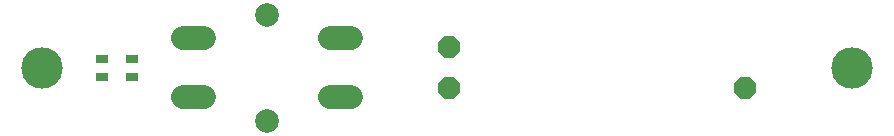
<source format=gts>
G75*
G70*
%OFA0B0*%
%FSLAX24Y24*%
%IPPOS*%
%LPD*%
%AMOC8*
5,1,8,0,0,1.08239X$1,22.5*
%
%ADD10OC8,0.0730*%
%ADD11C,0.1380*%
%ADD12C,0.0785*%
%ADD13C,0.0790*%
%ADD14R,0.0433X0.0315*%
D10*
X015160Y001992D03*
X015160Y003370D03*
X025022Y002012D03*
D11*
X028601Y002681D03*
X001601Y002681D03*
D12*
X006288Y001701D02*
X006993Y001701D01*
X011208Y001701D02*
X011913Y001701D01*
X011913Y003661D02*
X011208Y003661D01*
X006993Y003661D02*
X006288Y003661D01*
D13*
X009101Y004451D03*
X009101Y000911D03*
D14*
X004613Y002386D03*
X003589Y002386D03*
X003589Y002977D03*
X004613Y002977D03*
M02*

</source>
